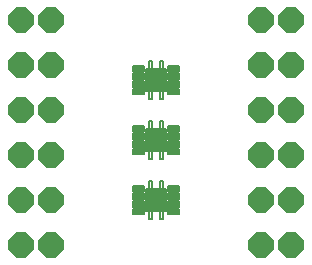
<source format=gts>
G75*
%MOIN*%
%OFA0B0*%
%FSLAX24Y24*%
%IPPOS*%
%LPD*%
%AMOC8*
5,1,8,0,0,1.08239X$1,22.5*
%
%ADD10R,0.0410X0.0220*%
%ADD11R,0.0670X0.0770*%
%ADD12C,0.0380*%
%ADD13C,0.0060*%
%ADD14OC8,0.0840*%
D10*
X004750Y001750D03*
X004750Y002000D03*
X004750Y002260D03*
X004750Y002510D03*
X005910Y002510D03*
X005910Y002260D03*
X005910Y002000D03*
X005910Y001750D03*
X005910Y003750D03*
X005910Y004000D03*
X005910Y004260D03*
X005910Y004510D03*
X004750Y004510D03*
X004750Y004260D03*
X004750Y004000D03*
X004750Y003750D03*
X004750Y005750D03*
X004750Y006000D03*
X004750Y006260D03*
X004750Y006510D03*
X005910Y006510D03*
X005910Y006260D03*
X005910Y006000D03*
X005910Y005750D03*
D11*
X005330Y006130D03*
X005330Y004130D03*
X005330Y002130D03*
D12*
X005330Y002290D03*
X005330Y001970D03*
X005330Y003970D03*
X005330Y004290D03*
X005330Y005970D03*
X005330Y006290D03*
D13*
X005210Y006470D02*
X005110Y006470D01*
X005110Y006750D01*
X005210Y006750D01*
X005210Y006470D01*
X005250Y006500D02*
X005410Y006500D01*
X005410Y005760D01*
X005650Y005760D01*
X005650Y005900D01*
X005650Y006360D01*
X005010Y006360D01*
X005010Y005900D01*
X005010Y005760D01*
X005250Y005760D01*
X005250Y006500D01*
X005010Y006500D01*
X005010Y006360D01*
X004940Y006350D02*
X004550Y006350D01*
X004550Y006160D01*
X004940Y006160D01*
X004940Y006350D01*
X004940Y006420D02*
X004940Y006610D01*
X004550Y006610D01*
X004550Y006420D01*
X004940Y006420D01*
X005010Y006210D02*
X005010Y006050D01*
X005650Y006050D01*
X005650Y006210D01*
X005010Y006210D01*
X004940Y006100D02*
X004550Y006100D01*
X004550Y005910D01*
X004940Y005910D01*
X004940Y006100D01*
X005010Y005900D02*
X005650Y005900D01*
X005720Y005910D02*
X006110Y005910D01*
X006110Y006100D01*
X005720Y006100D01*
X005720Y005910D01*
X005720Y005840D02*
X006110Y005840D01*
X006110Y005650D01*
X005720Y005650D01*
X005720Y005840D01*
X005550Y005790D02*
X005450Y005790D01*
X005450Y005510D01*
X005550Y005510D01*
X005550Y005790D01*
X005410Y005760D02*
X005250Y005760D01*
X005210Y005790D02*
X005110Y005790D01*
X005110Y005510D01*
X005210Y005510D01*
X005210Y005790D01*
X004940Y005840D02*
X004940Y005650D01*
X004550Y005650D01*
X004550Y005840D01*
X004940Y005840D01*
X005410Y006500D02*
X005650Y006500D01*
X005650Y006360D01*
X005720Y006350D02*
X006110Y006350D01*
X006110Y006160D01*
X005720Y006160D01*
X005720Y006350D01*
X005720Y006420D02*
X006110Y006420D01*
X006110Y006610D01*
X005720Y006610D01*
X005720Y006420D01*
X005550Y006470D02*
X005450Y006470D01*
X005450Y006750D01*
X005550Y006750D01*
X005550Y006470D01*
X005550Y004750D02*
X005450Y004750D01*
X005450Y004470D01*
X005550Y004470D01*
X005550Y004750D01*
X005720Y004610D02*
X006110Y004610D01*
X006110Y004420D01*
X005720Y004420D01*
X005720Y004610D01*
X005650Y004500D02*
X005410Y004500D01*
X005410Y003760D01*
X005650Y003760D01*
X005650Y003900D01*
X005650Y004360D01*
X005010Y004360D01*
X005010Y003900D01*
X005010Y003760D01*
X005250Y003760D01*
X005250Y004500D01*
X005410Y004500D01*
X005250Y004500D02*
X005010Y004500D01*
X005010Y004360D01*
X004940Y004350D02*
X004550Y004350D01*
X004550Y004160D01*
X004940Y004160D01*
X004940Y004350D01*
X004940Y004420D02*
X004940Y004610D01*
X004550Y004610D01*
X004550Y004420D01*
X004940Y004420D01*
X005110Y004470D02*
X005210Y004470D01*
X005210Y004750D01*
X005110Y004750D01*
X005110Y004470D01*
X005010Y004210D02*
X005010Y004050D01*
X005650Y004050D01*
X005650Y004210D01*
X005010Y004210D01*
X004940Y004100D02*
X004550Y004100D01*
X004550Y003910D01*
X004940Y003910D01*
X004940Y004100D01*
X005010Y003900D02*
X005650Y003900D01*
X005720Y003910D02*
X006110Y003910D01*
X006110Y004100D01*
X005720Y004100D01*
X005720Y003910D01*
X005720Y003840D02*
X006110Y003840D01*
X006110Y003650D01*
X005720Y003650D01*
X005720Y003840D01*
X005550Y003790D02*
X005450Y003790D01*
X005450Y003510D01*
X005550Y003510D01*
X005550Y003790D01*
X005410Y003760D02*
X005250Y003760D01*
X005210Y003790D02*
X005110Y003790D01*
X005110Y003510D01*
X005210Y003510D01*
X005210Y003790D01*
X004940Y003840D02*
X004940Y003650D01*
X004550Y003650D01*
X004550Y003840D01*
X004940Y003840D01*
X005720Y004160D02*
X006110Y004160D01*
X006110Y004350D01*
X005720Y004350D01*
X005720Y004160D01*
X005650Y004360D02*
X005650Y004500D01*
X005550Y002750D02*
X005450Y002750D01*
X005450Y002470D01*
X005550Y002470D01*
X005550Y002750D01*
X005720Y002610D02*
X006110Y002610D01*
X006110Y002420D01*
X005720Y002420D01*
X005720Y002610D01*
X005650Y002500D02*
X005410Y002500D01*
X005410Y001760D01*
X005650Y001760D01*
X005650Y001900D01*
X005650Y002360D01*
X005010Y002360D01*
X005010Y001900D01*
X005010Y001760D01*
X005250Y001760D01*
X005250Y002500D01*
X005410Y002500D01*
X005250Y002500D02*
X005010Y002500D01*
X005010Y002360D01*
X004940Y002350D02*
X004550Y002350D01*
X004550Y002160D01*
X004940Y002160D01*
X004940Y002350D01*
X004940Y002420D02*
X004940Y002610D01*
X004550Y002610D01*
X004550Y002420D01*
X004940Y002420D01*
X005110Y002470D02*
X005210Y002470D01*
X005210Y002750D01*
X005110Y002750D01*
X005110Y002470D01*
X005010Y002210D02*
X005010Y002050D01*
X005650Y002050D01*
X005650Y002210D01*
X005010Y002210D01*
X004940Y002100D02*
X004550Y002100D01*
X004550Y001910D01*
X004940Y001910D01*
X004940Y002100D01*
X005010Y001900D02*
X005650Y001900D01*
X005720Y001910D02*
X006110Y001910D01*
X006110Y002100D01*
X005720Y002100D01*
X005720Y001910D01*
X005720Y001840D02*
X006110Y001840D01*
X006110Y001650D01*
X005720Y001650D01*
X005720Y001840D01*
X005550Y001790D02*
X005450Y001790D01*
X005450Y001510D01*
X005550Y001510D01*
X005550Y001790D01*
X005410Y001760D02*
X005250Y001760D01*
X005210Y001790D02*
X005110Y001790D01*
X005110Y001510D01*
X005210Y001510D01*
X005210Y001790D01*
X004940Y001840D02*
X004940Y001650D01*
X004550Y001650D01*
X004550Y001840D01*
X004940Y001840D01*
X005720Y002160D02*
X006110Y002160D01*
X006110Y002350D01*
X005720Y002350D01*
X005720Y002160D01*
X005650Y002360D02*
X005650Y002500D01*
D14*
X000830Y000630D03*
X001830Y000630D03*
X001830Y002130D03*
X000830Y002130D03*
X000830Y003630D03*
X001830Y003630D03*
X001830Y005130D03*
X000830Y005130D03*
X000830Y006630D03*
X001830Y006630D03*
X001830Y008130D03*
X000830Y008130D03*
X000830Y008130D03*
X008830Y008130D03*
X008830Y008130D03*
X009830Y008130D03*
X009830Y006630D03*
X008830Y006630D03*
X008830Y005130D03*
X009830Y005130D03*
X009830Y003630D03*
X008830Y003630D03*
X008830Y002130D03*
X009830Y002130D03*
X009830Y000630D03*
X008830Y000630D03*
M02*

</source>
